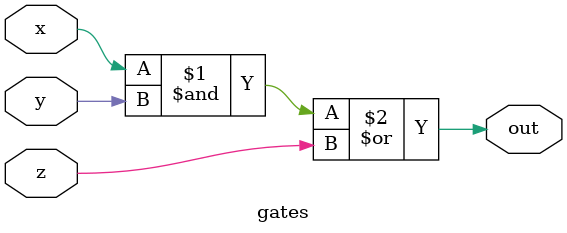
<source format=v>
module and2 (
    output wire out,
    input x,
    input y
);
  assign out = x & y;
endmodule


module or2 (
    output wire out,
    input x,
    input y
);
  assign out = x | y;
endmodule

module inv (
    output wire out,
    input x
);
  assign out = !x;
endmodule

module gates (
    input x,
    input y,
    input z,
    output wire out
);
  assign out = (x & y) | z;
endmodule

</source>
